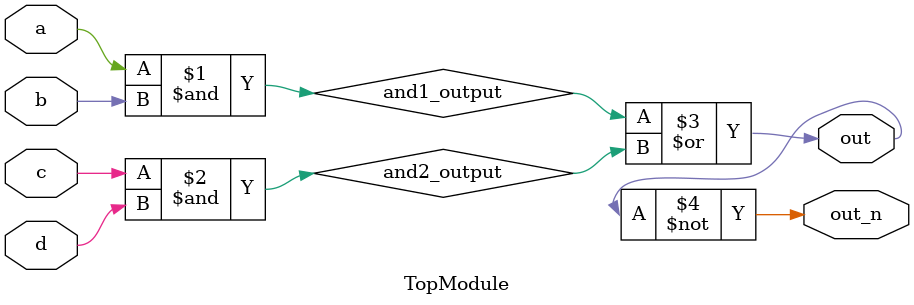
<source format=sv>

module TopModule (
    input  a,
    input  b,
    input  c,
    input  d,
    output out,
    output out_n
);

wire and1_output;
wire and2_output;

assign and1_output = a & b; // AND gate for inputs a and b
assign and2_output = c & d; // AND gate for inputs c and d

assign out = and1_output | and2_output; // OR gate to combine the outputs of the AND gates
assign out_n = ~out; // inverter for the 'out' output

endmodule
</source>
